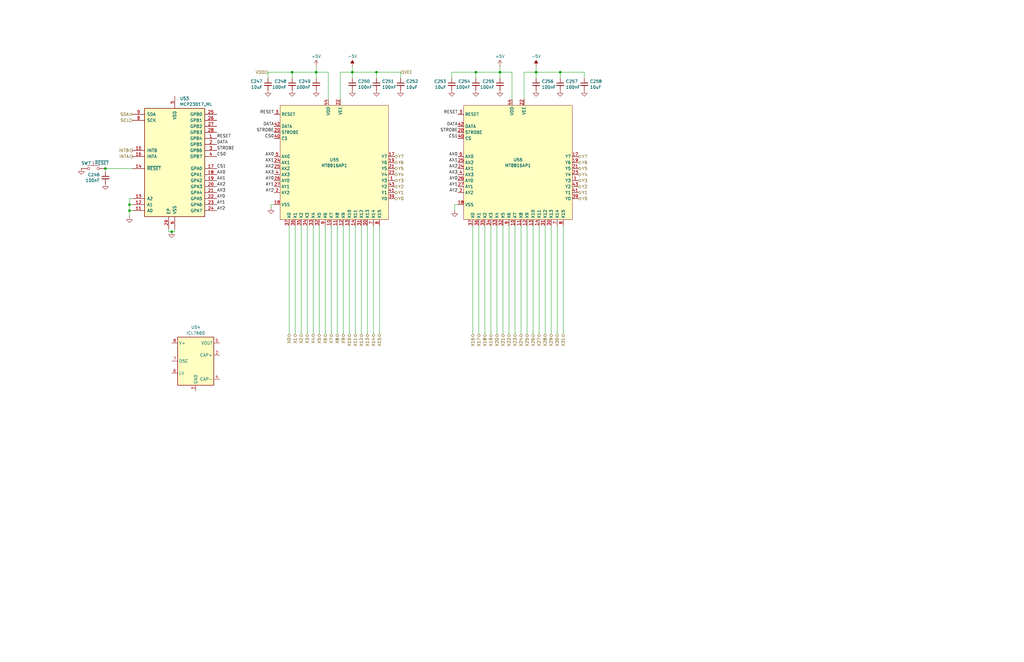
<source format=kicad_sch>
(kicad_sch (version 20250114) (generator "eeschema") (generator_version "9.0")
  (paper "B")
  (lib_symbols
    (symbol "AudioPanelLibrary:MT8816AP1"
      (property "Reference" "U" (at 0.254 2.286 0))
      (property "Value" "MT8816AP1" (at 0.254 -0.762 0))
      (symbol "MT8816AP1_0_0"
        (pin input line (at -25.4 20.32 0) (length 2.54) (name "RESET") (number "3"))
        (pin input line (at -25.4 15.24 0) (length 2.54) (name "DATA") (number "42"))
        (pin input line (at -25.4 12.7 0) (length 2.54) (name "STROBE") (number "20"))
        (pin input line (at -25.4 10.16 0) (length 2.54) (name "CS") (number "40"))
        (pin input line (at -25.4 2.54 0) (length 2.54) (name "AX0") (number "5"))
        (pin input line (at -25.4 0 0) (length 2.54) (name "AX2") (number "25"))
        (pin input line (at -25.4 -2.54 0) (length 2.54) (name "AX1") (number "24"))
        (pin input line (at -25.4 -5.08 0) (length 2.54) (name "AX3") (number "4"))
        (pin input line (at -25.4 -7.62 0) (length 2.54) (name "AY0") (number "26"))
        (pin input line (at -25.4 -10.16 0) (length 2.54) (name "AY1") (number "27"))
        (pin input line (at -25.4 -12.7 0) (length 2.54) (name "AY2") (number "2"))
        (pin power_in line (at -25.4 -17.78 0) (length 2.54) (name "VSS") (number "18"))
        (pin bidirectional line (at -19.05 -26.67 90) (length 2.54) (name "X0") (number "37"))
        (pin bidirectional line (at -16.51 -26.67 90) (length 2.54) (name "X1") (number "36"))
        (pin bidirectional line (at -13.97 -26.67 90) (length 2.54) (name "X2") (number "35"))
        (pin bidirectional line (at -11.43 -26.67 90) (length 2.54) (name "X3") (number "34"))
        (pin bidirectional line (at -8.89 -26.67 90) (length 2.54) (name "X4") (number "33"))
        (pin bidirectional line (at -6.35 -26.67 90) (length 2.54) (name "X5") (number "32"))
        (pin bidirectional line (at -3.81 -26.67 90) (length 2.54) (name "X6") (number "9"))
        (pin power_in line (at -2.54 26.67 270) (length 2.54) (name "VDD") (number "44"))
        (pin bidirectional line (at -1.27 -26.67 90) (length 2.54) (name "X7") (number "10"))
        (pin bidirectional line (at 1.27 -26.67 90) (length 2.54) (name "X8") (number "11"))
        (pin power_in line (at 2.54 26.67 270) (length 2.54) (name "VEE") (number "22"))
        (pin bidirectional line (at 3.81 -26.67 90) (length 2.54) (name "X9") (number "12"))
        (pin bidirectional line (at 6.35 -26.67 90) (length 2.54) (name "X10") (number "13"))
        (pin bidirectional line (at 8.89 -26.67 90) (length 2.54) (name "X11") (number "14"))
        (pin bidirectional line (at 11.43 -26.67 90) (length 2.54) (name "X12") (number "31"))
        (pin bidirectional line (at 13.97 -26.67 90) (length 2.54) (name "X13") (number "30"))
        (pin bidirectional line (at 16.51 -26.67 90) (length 2.54) (name "X14") (number "7"))
        (pin bidirectional line (at 19.05 -26.67 90) (length 2.54) (name "X15") (number "8"))
        (pin no_connect line (at 25.4 20.32 180) (length 2.54) (hide yes) (name "NC") (number "6"))
        (pin no_connect line (at 25.4 17.78 180) (length 2.54) (hide yes) (name "NC") (number "15"))
        (pin no_connect line (at 25.4 15.24 180) (length 2.54) (hide yes) (name "NC") (number "16"))
        (pin no_connect line (at 25.4 12.7 180) (length 2.54) (hide yes) (name "NC") (number "28"))
        (pin no_connect line (at 25.4 10.16 180) (length 2.54) (hide yes) (name "NC") (number "29"))
        (pin no_connect line (at 25.4 7.62 180) (length 2.54) (hide yes) (name "NC") (number "38"))
        (pin bidirectional line (at 25.4 2.54 180) (length 2.54) (name "Y7") (number "17"))
        (pin bidirectional line (at 25.4 0 180) (length 2.54) (name "Y6") (number "19"))
        (pin bidirectional line (at 25.4 -2.54 180) (length 2.54) (name "Y5") (number "21"))
        (pin bidirectional line (at 25.4 -5.08 180) (length 2.54) (name "Y4") (number "23"))
        (pin bidirectional line (at 25.4 -7.62 180) (length 2.54) (name "Y3") (number "1"))
        (pin bidirectional line (at 25.4 -10.16 180) (length 2.54) (name "Y2") (number "43"))
        (pin bidirectional line (at 25.4 -12.7 180) (length 2.54) (name "Y1") (number "41"))
        (pin bidirectional line (at 25.4 -15.24 180) (length 2.54) (name "Y0") (number "39"))
      )
      (symbol "MT8816AP1_1_1"
        (rectangle (start -22.86 24.13) (end 22.86 -24.13) (fill (type background)))
      )
    )
    (symbol "Device:C_Small" (pin_numbers (hide yes)) (pin_names (offset 0.254) (hide yes))
      (property "Reference" "C" (at 0.254 1.778 0))
      (property "Value" "C_Small" (at 0.254 -2.032 0))
      (symbol "C_Small_0_1"
        (polyline (pts (xy -1.524 0.508) (xy 1.524 0.508)) (stroke (width 0.3048)))
        (polyline (pts (xy -1.524 -0.508) (xy 1.524 -0.508)) (stroke (width 0.3302)))
      )
      (symbol "C_Small_1_1"
        (pin passive line (at 0 2.54 270) (length 2.032) (name "~") (number "1"))
        (pin passive line (at 0 -2.54 90) (length 2.032) (name "~") (number "2"))
      )
    )
    (symbol "Interface_Expansion:MCP23017_ML" (pin_names (offset 1.016))
      (property "Reference" "U" (at -11.43 24.13 0))
      (property "Value" "MCP23017_ML" (at 0 0 0))
      (symbol "MCP23017_ML_0_1"
        (rectangle (start -12.7 22.86) (end 12.7 -22.86) (stroke (width 0.254)) (fill (type background)))
      )
      (symbol "MCP23017_ML_1_1"
        (pin bidirectional line (at -17.78 20.32 0) (length 5.08) (name "SDA") (number "9"))
        (pin input line (at -17.78 17.78 0) (length 5.08) (name "SCK") (number "8"))
        (pin tri_state line (at -17.78 5.08 0) (length 5.08) (name "INTB") (number "15"))
        (pin tri_state line (at -17.78 2.54 0) (length 5.08) (name "INTA") (number "16"))
        (pin input line (at -17.78 -2.54 0) (length 5.08) (name "~{RESET}") (number "14"))
        (pin input line (at -17.78 -15.24 0) (length 5.08) (name "A2") (number "13"))
        (pin input line (at -17.78 -17.78 0) (length 5.08) (name "A1") (number "12"))
        (pin input line (at -17.78 -20.32 0) (length 5.08) (name "A0") (number "11"))
        (pin no_connect line (at -12.7 15.24 0) (length 5.08) (hide yes) (name "NC") (number "7"))
        (pin no_connect line (at -12.7 12.7 0) (length 5.08) (hide yes) (name "NC") (number "10"))
        (pin passive line (at -2.54 -27.94 90) (length 5.08) (name "EP") (number "29"))
        (pin power_in line (at 0 27.94 270) (length 5.08) (name "VDD") (number "5"))
        (pin power_in line (at 0 -27.94 90) (length 5.08) (name "VSS") (number "6"))
        (pin bidirectional line (at 17.78 20.32 180) (length 5.08) (name "GPB0") (number "25"))
        (pin bidirectional line (at 17.78 17.78 180) (length 5.08) (name "GPB1") (number "26"))
        (pin bidirectional line (at 17.78 15.24 180) (length 5.08) (name "GPB2") (number "27"))
        (pin bidirectional line (at 17.78 12.7 180) (length 5.08) (name "GPB3") (number "28"))
        (pin bidirectional line (at 17.78 10.16 180) (length 5.08) (name "GPB4") (number "1"))
        (pin bidirectional line (at 17.78 7.62 180) (length 5.08) (name "GPB5") (number "2"))
        (pin bidirectional line (at 17.78 5.08 180) (length 5.08) (name "GPB6") (number "3"))
        (pin output line (at 17.78 2.54 180) (length 5.08) (name "GPB7") (number "4"))
        (pin bidirectional line (at 17.78 -2.54 180) (length 5.08) (name "GPA0") (number "17"))
        (pin bidirectional line (at 17.78 -5.08 180) (length 5.08) (name "GPA1") (number "18"))
        (pin bidirectional line (at 17.78 -7.62 180) (length 5.08) (name "GPA2") (number "19"))
        (pin bidirectional line (at 17.78 -10.16 180) (length 5.08) (name "GPA3") (number "20"))
        (pin bidirectional line (at 17.78 -12.7 180) (length 5.08) (name "GPA4") (number "21"))
        (pin bidirectional line (at 17.78 -15.24 180) (length 5.08) (name "GPA5") (number "22"))
        (pin bidirectional line (at 17.78 -17.78 180) (length 5.08) (name "GPA6") (number "23"))
        (pin output line (at 17.78 -20.32 180) (length 5.08) (name "GPA7") (number "24"))
      )
    )
    (symbol "MT8816AP1_1"
      (property "Reference" "U" (at 0.254 2.286 0))
      (property "Value" "MT8816AP1" (at 0.254 -0.762 0))
      (symbol "MT8816AP1_1_0_0"
        (pin input line (at -25.4 20.32 0) (length 2.54) (name "RESET") (number "3"))
        (pin input line (at -25.4 15.24 0) (length 2.54) (name "DATA") (number "42"))
        (pin input line (at -25.4 12.7 0) (length 2.54) (name "STROBE") (number "20"))
        (pin input line (at -25.4 10.16 0) (length 2.54) (name "CS") (number "40"))
        (pin input line (at -25.4 2.54 0) (length 2.54) (name "AX0") (number "5"))
        (pin input line (at -25.4 0 0) (length 2.54) (name "AX1") (number "24"))
        (pin input line (at -25.4 -2.54 0) (length 2.54) (name "AX2") (number "25"))
        (pin input line (at -25.4 -5.08 0) (length 2.54) (name "AX3") (number "4"))
        (pin input line (at -25.4 -7.62 0) (length 2.54) (name "AY0") (number "26"))
        (pin input line (at -25.4 -10.16 0) (length 2.54) (name "AY1") (number "27"))
        (pin input line (at -25.4 -12.7 0) (length 2.54) (name "AY2") (number "2"))
        (pin power_in line (at -25.4 -17.78 0) (length 2.54) (name "VSS") (number "18"))
        (pin bidirectional line (at -19.05 -26.67 90) (length 2.54) (name "X0") (number "37"))
        (pin bidirectional line (at -16.51 -26.67 90) (length 2.54) (name "X1") (number "36"))
        (pin bidirectional line (at -13.97 -26.67 90) (length 2.54) (name "X2") (number "35"))
        (pin bidirectional line (at -11.43 -26.67 90) (length 2.54) (name "X3") (number "34"))
        (pin bidirectional line (at -8.89 -26.67 90) (length 2.54) (name "X4") (number "33"))
        (pin bidirectional line (at -6.35 -26.67 90) (length 2.54) (name "X5") (number "32"))
        (pin bidirectional line (at -3.81 -26.67 90) (length 2.54) (name "X6") (number "9"))
        (pin power_in line (at -2.54 26.67 270) (length 2.54) (name "VDD") (number "44"))
        (pin bidirectional line (at -1.27 -26.67 90) (length 2.54) (name "X7") (number "10"))
        (pin bidirectional line (at 1.27 -26.67 90) (length 2.54) (name "X8") (number "11"))
        (pin power_in line (at 2.54 26.67 270) (length 2.54) (name "VEE") (number "22"))
        (pin bidirectional line (at 3.81 -26.67 90) (length 2.54) (name "X9") (number "12"))
        (pin bidirectional line (at 6.35 -26.67 90) (length 2.54) (name "X10") (number "13"))
        (pin bidirectional line (at 8.89 -26.67 90) (length 2.54) (name "X11") (number "14"))
        (pin bidirectional line (at 11.43 -26.67 90) (length 2.54) (name "X12") (number "31"))
        (pin bidirectional line (at 13.97 -26.67 90) (length 2.54) (name "X13") (number "30"))
        (pin bidirectional line (at 16.51 -26.67 90) (length 2.54) (name "X14") (number "7"))
        (pin bidirectional line (at 19.05 -26.67 90) (length 2.54) (name "X15") (number "8"))
        (pin no_connect line (at 25.4 20.32 180) (length 2.54) (hide yes) (name "NC") (number "6"))
        (pin no_connect line (at 25.4 17.78 180) (length 2.54) (hide yes) (name "NC") (number "15"))
        (pin no_connect line (at 25.4 15.24 180) (length 2.54) (hide yes) (name "NC") (number "16"))
        (pin no_connect line (at 25.4 12.7 180) (length 2.54) (hide yes) (name "NC") (number "28"))
        (pin no_connect line (at 25.4 10.16 180) (length 2.54) (hide yes) (name "NC") (number "29"))
        (pin no_connect line (at 25.4 7.62 180) (length 2.54) (hide yes) (name "NC") (number "38"))
        (pin bidirectional line (at 25.4 2.54 180) (length 2.54) (name "Y7") (number "17"))
        (pin bidirectional line (at 25.4 0 180) (length 2.54) (name "Y6") (number "19"))
        (pin bidirectional line (at 25.4 -2.54 180) (length 2.54) (name "Y5") (number "21"))
        (pin bidirectional line (at 25.4 -5.08 180) (length 2.54) (name "Y4") (number "23"))
        (pin bidirectional line (at 25.4 -7.62 180) (length 2.54) (name "Y3") (number "1"))
        (pin bidirectional line (at 25.4 -10.16 180) (length 2.54) (name "Y2") (number "43"))
        (pin bidirectional line (at 25.4 -12.7 180) (length 2.54) (name "Y1") (number "41"))
        (pin bidirectional line (at 25.4 -15.24 180) (length 2.54) (name "Y0") (number "39"))
      )
      (symbol "MT8816AP1_1_1_1"
        (rectangle (start -22.86 24.13) (end 22.86 -24.13) (fill (type background)))
      )
    )
    (symbol "Regulator_SwitchedCapacitor:ICL7660"
      (property "Reference" "U" (at -6.35 11.43 0))
      (property "Value" "ICL7660" (at 3.81 11.43 0))
      (symbol "ICL7660_0_1"
        (rectangle (start -7.62 10.16) (end 7.62 -10.16) (stroke (width 0.254)) (fill (type background)))
      )
      (symbol "ICL7660_1_1"
        (pin power_in line (at -10.16 7.62 0) (length 2.54) (name "V+") (number "8"))
        (pin input line (at -10.16 0 0) (length 2.54) (name "OSC") (number "7"))
        (pin input line (at -10.16 -5.08 0) (length 2.54) (name "LV") (number "6"))
        (pin no_connect line (at -7.62 5.08 0) (length 2.54) (hide yes) (name "NC") (number "1"))
        (pin power_in line (at 0 -12.7 90) (length 2.54) (name "GND") (number "3"))
        (pin power_out line (at 10.16 7.62 180) (length 2.54) (name "VOUT") (number "5"))
        (pin input line (at 10.16 2.54 180) (length 2.54) (name "CAP+") (number "2"))
        (pin input line (at 10.16 -7.62 180) (length 2.54) (name "CAP-") (number "4"))
      )
    )
    (symbol "Switch:SW_Push" (pin_numbers (hide yes)) (pin_names (offset 1.016) (hide yes))
      (property "Reference" "SW" (at 1.27 2.54 0))
      (property "Value" "SW_Push" (at 0 -1.524 0))
      (symbol "SW_Push_0_1"
        (circle (center -2.032 0) (radius 0.508))
        (polyline (pts (xy 0 1.27) (xy 0 3.048)))
        (circle (center 2.032 0) (radius 0.508))
        (polyline (pts (xy 2.54 1.27) (xy -2.54 1.27)))
        (pin passive line (at -5.08 0 0) (length 2.54) (name "1") (number "1"))
        (pin passive line (at 5.08 0 180) (length 2.54) (name "2") (number "2"))
      )
    )
    (symbol "power:+5V" (power) (pin_numbers (hide yes)) (pin_names (offset 0) (hide yes))
      (property "Value" "+5V" (at 0 3.556 0))
      (symbol "+5V_0_1"
        (polyline (pts (xy -0.762 1.27) (xy 0 2.54)))
        (polyline (pts (xy 0 2.54) (xy 0.762 1.27)))
        (polyline (pts (xy 0 0) (xy 0 2.54)))
      )
      (symbol "+5V_1_1"
        (pin power_in line (at 0 0 90) (length 0) (name "~") (number "1"))
      )
    )
    (symbol "power:-5V" (power) (pin_numbers (hide yes)) (pin_names (offset 0) (hide yes))
      (property "Value" "-5V" (at 0 3.556 0))
      (symbol "-5V_0_0"
        (pin power_in line (at 0 0 90) (length 0) (name "~") (number "1"))
      )
      (symbol "-5V_0_1"
        (polyline (pts (xy 0 0) (xy 0 1.27) (xy 0.762 1.27) (xy 0 2.54) (xy -0.762 1.27) (xy 0 1.27)) (fill (type outline)))
      )
    )
    (symbol "power:GND" (power) (pin_numbers (hide yes)) (pin_names (offset 0) (hide yes))
      (property "Value" "GND" (at 0 -3.81 0))
      (symbol "GND_0_1"
        (polyline (pts (xy 0 0) (xy 0 -1.27) (xy 1.27 -1.27) (xy 0 -2.54) (xy -1.27 -1.27) (xy 0 -1.27)))
      )
      (symbol "GND_1_1"
        (pin power_in line (at 0 0 270) (length 0) (name "~") (number "1"))
      )
    )
  )
  (junction (at 123.19 30.48))
  (junction (at 133.35 30.48))
  (junction (at 210.82 30.48))
  (junction (at 158.75 30.48))
  (junction (at 226.06 30.48))
  (junction (at 200.66 30.48))
  (junction (at 148.59 30.48))
  (junction (at 72.39 97.79))
  (junction (at 54.61 88.9))
  (junction (at 236.22 30.48))
  (junction (at 44.45 71.12))
  (junction (at 54.61 86.36))
  (wire (pts (xy 123.19 30.48) (xy 133.35 30.48)))
  (wire (pts (xy 114.3 86.36) (xy 115.57 86.36)))
  (wire (pts (xy 121.92 95.25) (xy 121.92 140.97)))
  (wire (pts (xy 73.66 96.52) (xy 73.66 97.79)))
  (wire (pts (xy 54.61 86.36) (xy 55.88 86.36)))
  (wire (pts (xy 226.06 30.48) (xy 226.06 33.02)))
  (wire (pts (xy 147.32 95.25) (xy 147.32 140.97)))
  (wire (pts (xy 123.19 33.02) (xy 123.19 30.48)))
  (wire (pts (xy 210.82 27.94) (xy 210.82 30.48)))
  (wire (pts (xy 54.61 83.82) (xy 55.88 83.82)))
  (wire (pts (xy 201.93 95.25) (xy 201.93 140.97)))
  (wire (pts (xy 54.61 91.44) (xy 54.61 88.9)))
  (wire (pts (xy 129.54 95.25) (xy 129.54 140.97)))
  (wire (pts (xy 144.78 95.25) (xy 144.78 140.97)))
  (wire (pts (xy 148.59 27.94) (xy 148.59 30.48)))
  (wire (pts (xy 152.4 95.25) (xy 152.4 140.97)))
  (wire (pts (xy 226.06 27.94) (xy 226.06 30.48)))
  (wire (pts (xy 73.66 97.79) (xy 72.39 97.79)))
  (wire (pts (xy 209.55 95.25) (xy 209.55 140.97)))
  (wire (pts (xy 134.62 95.25) (xy 134.62 140.97)))
  (wire (pts (xy 133.35 27.94) (xy 133.35 30.48)))
  (wire (pts (xy 168.91 30.48) (xy 168.91 33.02)))
  (wire (pts (xy 229.87 95.25) (xy 229.87 140.97)))
  (wire (pts (xy 72.39 97.79) (xy 71.12 97.79)))
  (wire (pts (xy 160.02 95.25) (xy 160.02 140.97)))
  (wire (pts (xy 154.94 95.25) (xy 154.94 140.97)))
  (wire (pts (xy 158.75 30.48) (xy 158.75 33.02)))
  (wire (pts (xy 190.5 30.48) (xy 200.66 30.48)))
  (wire (pts (xy 54.61 88.9) (xy 54.61 86.36)))
  (wire (pts (xy 54.61 86.36) (xy 54.61 83.82)))
  (wire (pts (xy 217.17 95.25) (xy 217.17 140.97)))
  (wire (pts (xy 54.61 88.9) (xy 55.88 88.9)))
  (wire (pts (xy 157.48 95.25) (xy 157.48 140.97)))
  (wire (pts (xy 113.03 30.48) (xy 113.03 33.02)))
  (wire (pts (xy 127 95.25) (xy 127 140.97)))
  (wire (pts (xy 246.38 30.48) (xy 246.38 33.02)))
  (wire (pts (xy 149.86 95.25) (xy 149.86 140.97)))
  (wire (pts (xy 158.75 30.48) (xy 168.91 30.48)))
  (wire (pts (xy 212.09 95.25) (xy 212.09 140.97)))
  (wire (pts (xy 138.43 30.48) (xy 133.35 30.48)))
  (wire (pts (xy 148.59 30.48) (xy 158.75 30.48)))
  (wire (pts (xy 114.3 87.63) (xy 114.3 86.36)))
  (wire (pts (xy 214.63 95.25) (xy 214.63 140.97)))
  (wire (pts (xy 210.82 30.48) (xy 210.82 33.02)))
  (wire (pts (xy 236.22 30.48) (xy 236.22 33.02)))
  (wire (pts (xy 226.06 30.48) (xy 236.22 30.48)))
  (wire (pts (xy 199.39 95.25) (xy 199.39 140.97)))
  (wire (pts (xy 148.59 30.48) (xy 148.59 33.02)))
  (wire (pts (xy 133.35 30.48) (xy 133.35 33.02)))
  (wire (pts (xy 234.95 95.25) (xy 234.95 140.97)))
  (wire (pts (xy 143.51 30.48) (xy 148.59 30.48)))
  (wire (pts (xy 224.79 95.25) (xy 224.79 140.97)))
  (wire (pts (xy 207.01 95.25) (xy 207.01 140.97)))
  (wire (pts (xy 227.33 95.25) (xy 227.33 140.97)))
  (wire (pts (xy 237.49 95.25) (xy 237.49 140.97)))
  (wire (pts (xy 215.9 30.48) (xy 210.82 30.48)))
  (wire (pts (xy 191.77 88.9) (xy 191.77 86.36)))
  (wire (pts (xy 44.45 71.12) (xy 44.45 72.39)))
  (wire (pts (xy 220.98 41.91) (xy 220.98 30.48)))
  (wire (pts (xy 200.66 30.48) (xy 210.82 30.48)))
  (wire (pts (xy 142.24 95.25) (xy 142.24 140.97)))
  (wire (pts (xy 222.25 95.25) (xy 222.25 140.97)))
  (wire (pts (xy 190.5 30.48) (xy 190.5 33.02)))
  (wire (pts (xy 219.71 95.25) (xy 219.71 140.97)))
  (wire (pts (xy 132.08 95.25) (xy 132.08 140.97)))
  (wire (pts (xy 124.46 95.25) (xy 124.46 140.97)))
  (wire (pts (xy 236.22 30.48) (xy 246.38 30.48)))
  (wire (pts (xy 139.7 95.25) (xy 139.7 140.97)))
  (wire (pts (xy 215.9 41.91) (xy 215.9 30.48)))
  (wire (pts (xy 200.66 33.02) (xy 200.66 30.48)))
  (wire (pts (xy 204.47 95.25) (xy 204.47 140.97)))
  (wire (pts (xy 44.45 71.12) (xy 55.88 71.12)))
  (wire (pts (xy 137.16 95.25) (xy 137.16 140.97)))
  (wire (pts (xy 71.12 96.52) (xy 71.12 97.79)))
  (wire (pts (xy 143.51 41.91) (xy 143.51 30.48)))
  (wire (pts (xy 191.77 86.36) (xy 193.04 86.36)))
  (wire (pts (xy 220.98 30.48) (xy 226.06 30.48)))
  (wire (pts (xy 113.03 30.48) (xy 123.19 30.48)))
  (wire (pts (xy 138.43 41.91) (xy 138.43 30.48)))
  (wire (pts (xy 232.41 95.25) (xy 232.41 140.97)))
  (label "CS0" (at 115.57 58.42 180))
  (label "RESET" (at 115.57 48.26 180))
  (label "AX2" (at 193.04 71.12 180))
  (label "AY0" (at 115.57 76.2 180))
  (label "STROBE" (at 115.57 55.88 180))
  (label "AX2" (at 91.44 78.74 0))
  (label "AY0" (at 91.44 83.82 0))
  (label "AX1" (at 91.44 76.2 0))
  (label "AX0" (at 193.04 66.04 180))
  (label "AY2" (at 115.57 81.28 180))
  (label "AY1" (at 91.44 86.36 0))
  (label "AY1" (at 115.57 78.74 180))
  (label "CS1" (at 91.44 71.12 0))
  (label "CS0" (at 91.44 66.04 0))
  (label "AY2" (at 91.44 88.9 0))
  (label "AX1" (at 193.04 68.58 180))
  (label "RESET" (at 91.44 58.42 0))
  (label "STROBE" (at 193.04 55.88 180))
  (label "AY1" (at 193.04 78.74 180))
  (label "DATA" (at 115.57 53.34 180))
  (label "AX0" (at 91.44 73.66 0))
  (label "AX0" (at 115.57 66.04 180))
  (label "RESET" (at 193.04 48.26 180))
  (label "AX1" (at 115.57 68.58 180))
  (label "AX3" (at 91.44 81.28 0))
  (label "AX3" (at 115.57 73.66 180))
  (label "DATA" (at 193.04 53.34 180))
  (label "AY2" (at 193.04 81.28 180))
  (label "AX3" (at 193.04 73.66 180))
  (label "CS1" (at 193.04 58.42 180))
  (label "AY0" (at 193.04 76.2 180))
  (label "STROBE" (at 91.44 63.5 0))
  (label "DATA" (at 91.44 60.96 0))
  (label "AX2" (at 115.57 71.12 180))
  (hierarchical_label "X27" (shape bidirectional) (at 227.33 140.97 270))
  (hierarchical_label "Y6" (shape bidirectional) (at 166.37 68.58 0))
  (hierarchical_label "X23" (shape bidirectional) (at 217.17 140.97 270))
  (hierarchical_label "X0" (shape bidirectional) (at 121.92 140.97 270))
  (hierarchical_label "Y2" (shape bidirectional) (at 243.84 78.74 0))
  (hierarchical_label "Y0" (shape bidirectional) (at 243.84 83.82 0))
  (hierarchical_label "X7" (shape bidirectional) (at 139.7 140.97 270))
  (hierarchical_label "Y5" (shape bidirectional) (at 243.84 71.12 0))
  (hierarchical_label "Y4" (shape bidirectional) (at 243.84 73.66 0))
  (hierarchical_label "Y1" (shape bidirectional) (at 243.84 81.28 0))
  (hierarchical_label "Y1" (shape bidirectional) (at 166.37 81.28 0))
  (hierarchical_label "X6" (shape bidirectional) (at 137.16 140.97 270))
  (hierarchical_label "X20" (shape bidirectional) (at 209.55 140.97 270))
  (hierarchical_label "Y3" (shape bidirectional) (at 166.37 76.2 0))
  (hierarchical_label "Y2" (shape bidirectional) (at 166.37 78.74 0))
  (hierarchical_label "X9" (shape bidirectional) (at 144.78 140.97 270))
  (hierarchical_label "X30" (shape bidirectional) (at 234.95 140.97 270))
  (hierarchical_label "Y7" (shape bidirectional) (at 166.37 66.04 0))
  (hierarchical_label "X12" (shape bidirectional) (at 152.4 140.97 270))
  (hierarchical_label "X13" (shape bidirectional) (at 154.94 140.97 270))
  (hierarchical_label "SDA" (shape bidirectional) (at 55.88 48.26 180))
  (hierarchical_label "Y4" (shape bidirectional) (at 166.37 73.66 0))
  (hierarchical_label "X21" (shape bidirectional) (at 212.09 140.97 270))
  (hierarchical_label "VDD" (shape input) (at 113.03 30.48 180))
  (hierarchical_label "Y5" (shape bidirectional) (at 166.37 71.12 0))
  (hierarchical_label "X8" (shape bidirectional) (at 142.24 140.97 270))
  (hierarchical_label "Y7" (shape bidirectional) (at 243.84 66.04 0))
  (hierarchical_label "SCL" (shape input) (at 55.88 50.8 180))
  (hierarchical_label "X25" (shape bidirectional) (at 222.25 140.97 270))
  (hierarchical_label "X19" (shape bidirectional) (at 207.01 140.97 270))
  (hierarchical_label "X1" (shape bidirectional) (at 124.46 140.97 270))
  (hierarchical_label "X3" (shape bidirectional) (at 129.54 140.97 270))
  (hierarchical_label "Y0" (shape bidirectional) (at 166.37 83.82 0))
  (hierarchical_label "Y6" (shape bidirectional) (at 243.84 68.58 0))
  (hierarchical_label "X29" (shape bidirectional) (at 232.41 140.97 270))
  (hierarchical_label "X28" (shape bidirectional) (at 229.87 140.97 270))
  (hierarchical_label "X16" (shape bidirectional) (at 199.39 140.97 270))
  (hierarchical_label "X24" (shape bidirectional) (at 219.71 140.97 270))
  (hierarchical_label "X18" (shape bidirectional) (at 204.47 140.97 270))
  (hierarchical_label "X17" (shape bidirectional) (at 201.93 140.97 270))
  (hierarchical_label "INTA" (shape output) (at 55.88 66.04 180))
  (hierarchical_label "VEE" (shape input) (at 168.91 30.48 0))
  (hierarchical_label "X22" (shape bidirectional) (at 214.63 140.97 270))
  (hierarchical_label "X14" (shape bidirectional) (at 157.48 140.97 270))
  (hierarchical_label "INTB" (shape output) (at 55.88 63.5 180))
  (hierarchical_label "X15" (shape bidirectional) (at 160.02 140.97 270))
  (hierarchical_label "X5" (shape bidirectional) (at 134.62 140.97 270))
  (hierarchical_label "X31" (shape bidirectional) (at 237.49 140.97 270))
  (hierarchical_label "X11" (shape bidirectional) (at 149.86 140.97 270))
  (hierarchical_label "X2" (shape bidirectional) (at 127 140.97 270))
  (hierarchical_label "X10" (shape bidirectional) (at 147.32 140.97 270))
  (hierarchical_label "X26" (shape bidirectional) (at 224.79 140.97 270))
  (hierarchical_label "X4" (shape bidirectional) (at 132.08 140.97 270))
  (hierarchical_label "Y3" (shape bidirectional) (at 243.84 76.2 0))
  (symbol (lib_id "Device:C_Small") (at 246.38 35.56 0) (unit 1)
    (property "Reference" "C258" (at 248.7041 34.3541 0) (effects (justify left)))
    (property "Value" "10uF" (at 248.7041 36.7784 0) (effects (justify left)))
    (property "Description" "Unpolarized capacitor, small symbol" (effects (hide yes)))
  )
  (symbol (lib_id "Device:C_Small") (at 158.75 35.56 0) (unit 1)
    (property "Reference" "C251" (at 161.0741 34.3541 0) (effects (justify left)))
    (property "Value" "100nF" (at 161.0741 36.7784 0) (effects (justify left)))
    (property "Description" "Unpolarized capacitor, small symbol" (effects (hide yes)))
  )
  (symbol (lib_id "power:GND") (at 54.61 91.44 0) (unit 1)
    (property "Reference" "#PWR0447" (effects (hide yes)))
    (property "Value" "GND" (effects (hide yes)))
    (property "Description" "Power symbol creates a global label with name \"GND\" , ground" (effects (hide yes)))
  )
  (symbol (lib_id "power:GND") (at 113.03 38.1 0) (unit 1)
    (property "Reference" "#PWR0451" (effects (hide yes)))
    (property "Value" "GND" (effects (hide yes)))
    (property "Description" "Power symbol creates a global label with name \"GND\" , ground" (effects (hide yes)))
  )
  (symbol (lib_id "power:+5V") (at 210.82 27.94 0) (unit 1)
    (property "Reference" "#PWR0463" (effects (hide yes)))
    (property "Value" "+5V" (at 210.82 23.8069 0))
    (property "Description" "Power symbol creates a global label with name \"+5V\"" (effects (hide yes)))
  )
  (symbol (lib_id "AudioPanelLibrary:MT8816AP1") (at 218.44 68.58 0) (unit 1)
    (property "Reference" "U56" (at 218.44 67.4257 0))
    (property "Value" "MT8816AP1" (at 218.44 69.85 0))
    (property "Footprint" "Package_LCC:PLCC-44" (effects (hide yes)))
    (property "Datasheet" "https://www.es.co.th/Schemetic/PDF/MT8816.PDF" (effects (hide yes)))
    (property "Description" "8 x 16 Analog Switch Array" (effects (hide yes)))
  )
  (symbol (lib_id "Device:C_Small") (at 236.22 35.56 0) (unit 1)
    (property "Reference" "C257" (at 238.5441 34.3541 0) (effects (justify left)))
    (property "Value" "100nF" (at 238.5441 36.7784 0) (effects (justify left)))
    (property "Description" "Unpolarized capacitor, small symbol" (effects (hide yes)))
  )
  (symbol (lib_id "Regulator_SwitchedCapacitor:ICL7660") (at 82.55 152.4 0) (unit 1)
    (property "Reference" "U54" (at 82.55 138.0955 0))
    (property "Value" "ICL7660" (at 82.55 140.5198 0))
    (property "Datasheet" "http://datasheets.maximintegrated.com/en/ds/ICL7660-MAX1044.pdf" (effects (hide yes)))
    (property "Description" "Switched-Capacitor Voltage Converter, 1.5V to 10.0V operating supply voltage, 10mA with a 0.5V output drop, SO-8/DIP-8/µMAX-8/TO-99" (effects (hide yes)))
  )
  (symbol (lib_id "power:GND") (at 34.29 71.12 0) (unit 1)
    (property "Reference" "#PWR0445" (effects (hide yes)))
    (property "Value" "GND" (effects (hide yes)))
    (property "Description" "Power symbol creates a global label with name \"GND\" , ground" (effects (hide yes)))
  )
  (symbol (lib_id "power:+5V") (at 133.35 27.94 0) (unit 1)
    (property "Reference" "#PWR0454" (effects (hide yes)))
    (property "Value" "+5V" (at 133.35 23.8069 0))
    (property "Description" "Power symbol creates a global label with name \"+5V\"" (effects (hide yes)))
  )
  (symbol (lib_id "power:GND") (at 200.66 38.1 0) (unit 1)
    (property "Reference" "#PWR0462" (effects (hide yes)))
    (property "Value" "GND" (effects (hide yes)))
    (property "Description" "Power symbol creates a global label with name \"GND\" , ground" (effects (hide yes)))
  )
  (symbol (lib_name "MT8816AP1_1") (lib_id "AudioPanelLibrary:MT8816AP1") (at 140.97 68.58 0) (unit 1)
    (property "Reference" "U55" (at 140.97 67.4257 0))
    (property "Value" "MT8816AP1" (at 140.97 69.85 0))
    (property "Footprint" "Package_LCC:PLCC-44" (effects (hide yes)))
    (property "Datasheet" "https://www.es.co.th/Schemetic/PDF/MT8816.PDF" (effects (hide yes)))
    (property "Description" "8 x 16 Analog Switch Array" (effects (hide yes)))
  )
  (symbol (lib_id "power:GND") (at 158.75 38.1 0) (unit 1)
    (property "Reference" "#PWR0458" (effects (hide yes)))
    (property "Value" "GND" (effects (hide yes)))
    (property "Description" "Power symbol creates a global label with name \"GND\" , ground" (effects (hide yes)))
  )
  (symbol (lib_id "Device:C_Small") (at 133.35 35.56 0) (mirror y) (unit 1)
    (property "Reference" "C249" (at 131.0259 34.3541 0) (effects (justify left)))
    (property "Value" "100nF" (at 131.0259 36.7784 0) (effects (justify left)))
    (property "Description" "Unpolarized capacitor, small symbol" (effects (hide yes)))
  )
  (symbol (lib_id "power:GND") (at 114.3 87.63 0) (unit 1)
    (property "Reference" "#PWR0452" (effects (hide yes)))
    (property "Value" "GND" (effects (hide yes)))
    (property "Description" "Power symbol creates a global label with name \"GND\" , ground" (effects (hide yes)))
  )
  (symbol (lib_id "Device:C_Small") (at 44.45 74.93 0) (mirror y) (unit 1)
    (property "Reference" "C246" (at 42.1259 73.7241 0) (effects (justify left)))
    (property "Value" "100nF" (at 42.1259 76.1484 0) (effects (justify left)))
    (property "Description" "Unpolarized capacitor, small symbol" (effects (hide yes)))
  )
  (symbol (lib_id "Device:C_Small") (at 123.19 35.56 0) (mirror y) (unit 1)
    (property "Reference" "C248" (at 120.8659 34.3541 0) (effects (justify left)))
    (property "Value" "100nF" (at 120.8659 36.7784 0) (effects (justify left)))
    (property "Description" "Unpolarized capacitor, small symbol" (effects (hide yes)))
  )
  (symbol (lib_id "Device:C_Small") (at 190.5 35.56 0) (mirror y) (unit 1)
    (property "Reference" "C253" (at 188.1759 34.3541 0) (effects (justify left)))
    (property "Value" "10uF" (at 188.1759 36.7784 0) (effects (justify left)))
    (property "Description" "Unpolarized capacitor, small symbol" (effects (hide yes)))
  )
  (symbol (lib_id "power:GND") (at 72.39 97.79 0) (unit 1)
    (property "Reference" "#PWR0449" (effects (hide yes)))
    (property "Value" "GND" (effects (hide yes)))
    (property "Description" "Power symbol creates a global label with name \"GND\" , ground" (effects (hide yes)))
  )
  (symbol (lib_id "Device:C_Small") (at 200.66 35.56 0) (mirror y) (unit 1)
    (property "Reference" "C254" (at 198.3359 34.3541 0) (effects (justify left)))
    (property "Value" "100nF" (at 198.3359 36.7784 0) (effects (justify left)))
    (property "Description" "Unpolarized capacitor, small symbol" (effects (hide yes)))
  )
  (symbol (lib_id "Switch:SW_Push") (at 39.37 71.12 0) (unit 1)
    (property "Reference" "SW7" (at 36.322 68.834 0))
    (property "Value" "~{RESET}" (at 42.926 68.834 0))
    (property "Footprint" "Button_Switch_SMD:SW_SPST_TL3342" (effects (hide yes)))
    (property "Description" "Push button switch, generic, two pins" (effects (hide yes)))
  )
  (symbol (lib_id "power:GND") (at 246.38 38.1 0) (unit 1)
    (property "Reference" "#PWR0468" (effects (hide yes)))
    (property "Value" "GND" (effects (hide yes)))
    (property "Description" "Power symbol creates a global label with name \"GND\" , ground" (effects (hide yes)))
  )
  (symbol (lib_id "power:GND") (at 133.35 38.1 0) (unit 1)
    (property "Reference" "#PWR0455" (effects (hide yes)))
    (property "Value" "GND" (effects (hide yes)))
    (property "Description" "Power symbol creates a global label with name \"GND\" , ground" (effects (hide yes)))
  )
  (symbol (lib_id "power:-5V") (at 226.06 27.94 0) (unit 1)
    (property "Reference" "#PWR0465" (effects (hide yes)))
    (property "Value" "-5V" (at 226.06 23.8069 0))
    (property "Description" "Power symbol creates a global label with name \"-5V\"" (effects (hide yes)))
  )
  (symbol (lib_id "power:GND") (at 210.82 38.1 0) (unit 1)
    (property "Reference" "#PWR0464" (effects (hide yes)))
    (property "Value" "GND" (effects (hide yes)))
    (property "Description" "Power symbol creates a global label with name \"GND\" , ground" (effects (hide yes)))
  )
  (symbol (lib_id "Device:C_Small") (at 210.82 35.56 0) (mirror y) (unit 1)
    (property "Reference" "C255" (at 208.4959 34.3541 0) (effects (justify left)))
    (property "Value" "100nF" (at 208.4959 36.7784 0) (effects (justify left)))
    (property "Description" "Unpolarized capacitor, small symbol" (effects (hide yes)))
  )
  (symbol (lib_id "power:GND") (at 44.45 77.47 0) (unit 1)
    (property "Reference" "#PWR0446" (effects (hide yes)))
    (property "Value" "GND" (effects (hide yes)))
    (property "Description" "Power symbol creates a global label with name \"GND\" , ground" (effects (hide yes)))
  )
  (symbol (lib_id "power:GND") (at 226.06 38.1 0) (unit 1)
    (property "Reference" "#PWR0466" (effects (hide yes)))
    (property "Value" "GND" (effects (hide yes)))
    (property "Description" "Power symbol creates a global label with name \"GND\" , ground" (effects (hide yes)))
  )
  (symbol (lib_id "power:GND") (at 190.5 38.1 0) (unit 1)
    (property "Reference" "#PWR0460" (effects (hide yes)))
    (property "Value" "GND" (effects (hide yes)))
    (property "Description" "Power symbol creates a global label with name \"GND\" , ground" (effects (hide yes)))
  )
  (symbol (lib_id "Device:C_Small") (at 148.59 35.56 0) (unit 1)
    (property "Reference" "C250" (at 150.9141 34.3541 0) (effects (justify left)))
    (property "Value" "100nF" (at 150.9141 36.7784 0) (effects (justify left)))
    (property "Description" "Unpolarized capacitor, small symbol" (effects (hide yes)))
  )
  (symbol (lib_id "power:GND") (at 168.91 38.1 0) (unit 1)
    (property "Reference" "#PWR0459" (effects (hide yes)))
    (property "Value" "GND" (effects (hide yes)))
    (property "Description" "Power symbol creates a global label with name \"GND\" , ground" (effects (hide yes)))
  )
  (symbol (lib_id "power:GND") (at 123.19 38.1 0) (unit 1)
    (property "Reference" "#PWR0453" (effects (hide yes)))
    (property "Value" "GND" (effects (hide yes)))
    (property "Description" "Power symbol creates a global label with name \"GND\" , ground" (effects (hide yes)))
  )
  (symbol (lib_id "power:-5V") (at 148.59 27.94 0) (unit 1)
    (property "Reference" "#PWR0456" (effects (hide yes)))
    (property "Value" "-5V" (at 148.59 23.8069 0))
    (property "Description" "Power symbol creates a global label with name \"-5V\"" (effects (hide yes)))
  )
  (symbol (lib_id "power:GND") (at 191.77 88.9 0) (unit 1)
    (property "Reference" "#PWR0461" (effects (hide yes)))
    (property "Value" "GND" (effects (hide yes)))
    (property "Description" "Power symbol creates a global label with name \"GND\" , ground" (effects (hide yes)))
  )
  (symbol (lib_id "power:GND") (at 236.22 38.1 0) (unit 1)
    (property "Reference" "#PWR0467" (effects (hide yes)))
    (property "Value" "GND" (effects (hide yes)))
    (property "Description" "Power symbol creates a global label with name \"GND\" , ground" (effects (hide yes)))
  )
  (symbol (lib_id "Device:C_Small") (at 226.06 35.56 0) (unit 1)
    (property "Reference" "C256" (at 228.3841 34.3541 0) (effects (justify left)))
    (property "Value" "100nF" (at 228.3841 36.7784 0) (effects (justify left)))
    (property "Description" "Unpolarized capacitor, small symbol" (effects (hide yes)))
  )
  (symbol (lib_id "Interface_Expansion:MCP23017_ML") (at 73.66 68.58 0) (unit 1)
    (property "Reference" "U53" (at 75.8033 41.5755 0) (effects (justify left)))
    (property "Value" "MCP23017_ML" (at 75.8033 43.9998 0) (effects (justify left)))
    (property "Footprint" "Package_DFN_QFN:QFN-28-1EP_6x6mm_P0.65mm_EP4.25x4.25mm" (effects (hide yes)))
    (property "Datasheet" "https://ww1.microchip.com/downloads/aemDocuments/documents/APID/ProductDocuments/DataSheets/MCP23017-Data-Sheet-DS20001952.pdf" (effects (hide yes)))
    (property "Description" "16-bit I/O expander, I2C, interrupts, w pull-ups, GPA/B7 output only (https://microchip.my.site.com/s/article/GPA7---GPB7-Cannot-Be-Used-as-Inputs-In-MCP23017), QFN-28" (effects (hide yes)))
  )
  (symbol (lib_id "Device:C_Small") (at 113.03 35.56 0) (mirror y) (unit 1)
    (property "Reference" "C247" (at 110.7059 34.3541 0) (effects (justify left)))
    (property "Value" "10uF" (at 110.7059 36.7784 0) (effects (justify left)))
    (property "Description" "Unpolarized capacitor, small symbol" (effects (hide yes)))
  )
  (symbol (lib_id "Device:C_Small") (at 168.91 35.56 0) (unit 1)
    (property "Reference" "C252" (at 171.2341 34.3541 0) (effects (justify left)))
    (property "Value" "10uF" (at 171.2341 36.7784 0) (effects (justify left)))
    (property "Description" "Unpolarized capacitor, small symbol" (effects (hide yes)))
  )
  (symbol (lib_id "power:GND") (at 148.59 38.1 0) (unit 1)
    (property "Reference" "#PWR0457" (effects (hide yes)))
    (property "Value" "GND" (effects (hide yes)))
    (property "Description" "Power symbol creates a global label with name \"GND\" , ground" (effects (hide yes)))
  )
)
</source>
